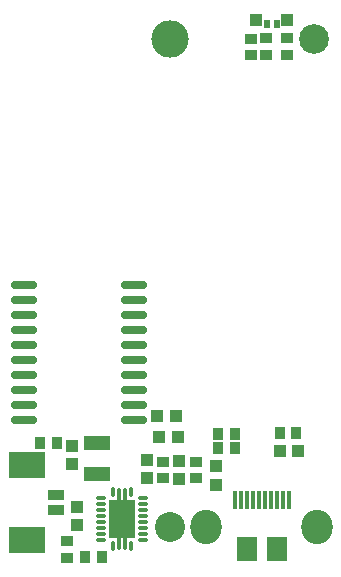
<source format=gbs>
%FSLAX25Y25*%
%MOIN*%
G70*
G01*
G75*
G04 Layer_Color=16711935*
%ADD10O,0.02559X0.00984*%
%ADD11O,0.00984X0.02559*%
%ADD12R,0.13780X0.13780*%
%ADD13R,0.00984X0.02150*%
%ADD14R,0.02150X0.00984*%
%ADD15C,0.02953*%
%ADD16R,0.04331X0.05118*%
%ADD17R,0.03740X0.03543*%
%ADD18R,0.03543X0.03150*%
%ADD19R,0.03543X0.03740*%
%ADD20R,0.03150X0.03543*%
%ADD21O,0.02362X0.07284*%
%ADD22R,0.01378X0.03937*%
%ADD23O,0.03465X0.01102*%
%ADD24O,0.01102X0.03465*%
%ADD25R,0.20866X0.20866*%
%ADD26C,0.04700*%
%ADD27C,0.01000*%
%ADD28C,0.00600*%
%ADD29C,0.01640*%
%ADD30C,0.01200*%
%ADD31C,0.00800*%
%ADD32C,0.02000*%
%ADD33C,0.01100*%
%ADD34C,0.01500*%
%ADD35O,0.09843X0.10827*%
%ADD36C,0.12500*%
%ADD37C,0.10000*%
%ADD38C,0.02200*%
%ADD39C,0.02598*%
%ADD40C,0.05000*%
%ADD41C,0.09200*%
%ADD42C,0.06000*%
%ADD43C,0.14900*%
%ADD44C,0.12400*%
%ADD45C,0.03200*%
%ADD46C,0.04600*%
%ADD47R,0.03490X0.23475*%
%ADD48R,0.02800X0.02500*%
%ADD49R,0.02700X0.04700*%
%ADD50R,0.04600X0.05300*%
%ADD51R,0.05500X0.02400*%
%ADD52R,0.02400X0.05200*%
%ADD53R,0.05400X0.02500*%
%ADD54R,0.14173X0.14173*%
%ADD55C,0.09487*%
%ADD56C,0.03699*%
%ADD57C,0.05200*%
%ADD58R,0.05906X0.07480*%
%ADD59R,0.01181X0.06299*%
%ADD60O,0.01181X0.03150*%
%ADD61O,0.01181X0.04724*%
%ADD62O,0.03150X0.01181*%
%ADD63R,0.08661X0.12598*%
%ADD64O,0.08268X0.02362*%
%ADD65R,0.05118X0.03150*%
%ADD66R,0.11811X0.08268*%
%ADD67R,0.08268X0.03937*%
%ADD68R,0.03347X0.03543*%
%ADD69R,0.01772X0.01969*%
%ADD70C,0.02500*%
%ADD71C,0.00984*%
%ADD72C,0.02362*%
%ADD73C,0.00787*%
%ADD74O,0.02159X0.00584*%
%ADD75O,0.00584X0.02159*%
%ADD76R,0.09843X0.09843*%
%ADD77R,0.00684X0.01850*%
%ADD78R,0.01850X0.00684*%
%ADD79R,0.04131X0.04918*%
%ADD80R,0.03540X0.03343*%
%ADD81R,0.03343X0.02950*%
%ADD82R,0.03343X0.03540*%
%ADD83R,0.02950X0.03343*%
%ADD84O,0.02162X0.07084*%
%ADD85R,0.01178X0.03737*%
%ADD86O,0.03065X0.00702*%
%ADD87O,0.00702X0.03065*%
%ADD88R,0.10866X0.10866*%
%ADD89O,0.02959X0.01384*%
%ADD90O,0.01384X0.02959*%
%ADD91R,0.14379X0.14379*%
%ADD92R,0.01384X0.02550*%
%ADD93R,0.02550X0.01384*%
%ADD94R,0.04931X0.05718*%
%ADD95R,0.04340X0.04143*%
%ADD96R,0.04143X0.03750*%
%ADD97R,0.04143X0.04340*%
%ADD98R,0.03750X0.04143*%
%ADD99O,0.02962X0.07883*%
%ADD100R,0.01978X0.04537*%
%ADD101O,0.03865X0.01502*%
%ADD102O,0.01502X0.03865*%
%ADD103R,0.21466X0.21466*%
%ADD104C,0.09900*%
%ADD105O,0.10443X0.11427*%
%ADD106R,0.06506X0.08080*%
%ADD107R,0.01378X0.06496*%
%ADD108O,0.01381X0.03350*%
%ADD109O,0.01381X0.04924*%
%ADD110O,0.03350X0.01381*%
%ADD111R,0.08861X0.12798*%
%ADD112O,0.08868X0.02962*%
%ADD113R,0.05718X0.03750*%
%ADD114R,0.12411X0.08868*%
%ADD115R,0.08868X0.04537*%
%ADD116R,0.03947X0.04143*%
%ADD117R,0.02372X0.02569*%
D36*
X54700Y175100D02*
D03*
D37*
Y12300D02*
D03*
D95*
X51149Y42500D02*
D03*
X57251D02*
D03*
X56551Y49200D02*
D03*
X50449D02*
D03*
X97351Y37800D02*
D03*
X91249D02*
D03*
D96*
X63400Y34056D02*
D03*
Y28544D02*
D03*
X20300Y7656D02*
D03*
Y2144D02*
D03*
X86800Y169744D02*
D03*
Y175256D02*
D03*
X52200Y28644D02*
D03*
Y34156D02*
D03*
X81600Y169644D02*
D03*
Y175156D02*
D03*
X93600Y169744D02*
D03*
Y175256D02*
D03*
D97*
X70000Y26449D02*
D03*
Y32551D02*
D03*
X57800Y28349D02*
D03*
Y34451D02*
D03*
X47000Y34651D02*
D03*
Y28549D02*
D03*
X23800Y19151D02*
D03*
Y13049D02*
D03*
X21900Y33349D02*
D03*
Y39451D02*
D03*
D98*
X70644Y43500D02*
D03*
X76156D02*
D03*
X70744Y38700D02*
D03*
X76256D02*
D03*
X16856Y40300D02*
D03*
X11344D02*
D03*
X96756Y43700D02*
D03*
X91244D02*
D03*
X31856Y2500D02*
D03*
X26344D02*
D03*
D104*
X102500Y175000D02*
D03*
D105*
X103804Y12395D02*
D03*
X66796D02*
D03*
D106*
X90221Y5112D02*
D03*
X80379D02*
D03*
D107*
X76442Y21450D02*
D03*
X78410D02*
D03*
X80379D02*
D03*
X82347D02*
D03*
X84316D02*
D03*
X86284D02*
D03*
X88253D02*
D03*
X90221D02*
D03*
X92190D02*
D03*
X94158D02*
D03*
D108*
X35739Y23860D02*
D03*
X41645D02*
D03*
Y6143D02*
D03*
X35739D02*
D03*
D109*
X37708Y23072D02*
D03*
X39676D02*
D03*
Y6931D02*
D03*
X37708D02*
D03*
D110*
X45582Y21891D02*
D03*
Y19923D02*
D03*
Y17954D02*
D03*
Y15986D02*
D03*
Y14017D02*
D03*
Y12049D02*
D03*
Y10080D02*
D03*
Y8112D02*
D03*
X31802D02*
D03*
Y10080D02*
D03*
Y12049D02*
D03*
Y14017D02*
D03*
Y15986D02*
D03*
Y17954D02*
D03*
Y19923D02*
D03*
Y21891D02*
D03*
D111*
X38692Y15002D02*
D03*
D112*
X6091Y48000D02*
D03*
Y53000D02*
D03*
Y58000D02*
D03*
Y63000D02*
D03*
Y68000D02*
D03*
Y73000D02*
D03*
Y78000D02*
D03*
Y83000D02*
D03*
Y88000D02*
D03*
Y93000D02*
D03*
X42509Y48000D02*
D03*
Y53000D02*
D03*
Y58000D02*
D03*
Y63000D02*
D03*
Y68000D02*
D03*
Y73000D02*
D03*
Y78000D02*
D03*
Y83000D02*
D03*
Y88000D02*
D03*
Y93000D02*
D03*
D113*
X16546Y18039D02*
D03*
Y22961D02*
D03*
D114*
X6900Y33000D02*
D03*
Y8000D02*
D03*
D115*
X30300Y40418D02*
D03*
Y30182D02*
D03*
D116*
X93717Y181386D02*
D03*
X83284D02*
D03*
D117*
X90173Y180008D02*
D03*
X86827D02*
D03*
M02*

</source>
